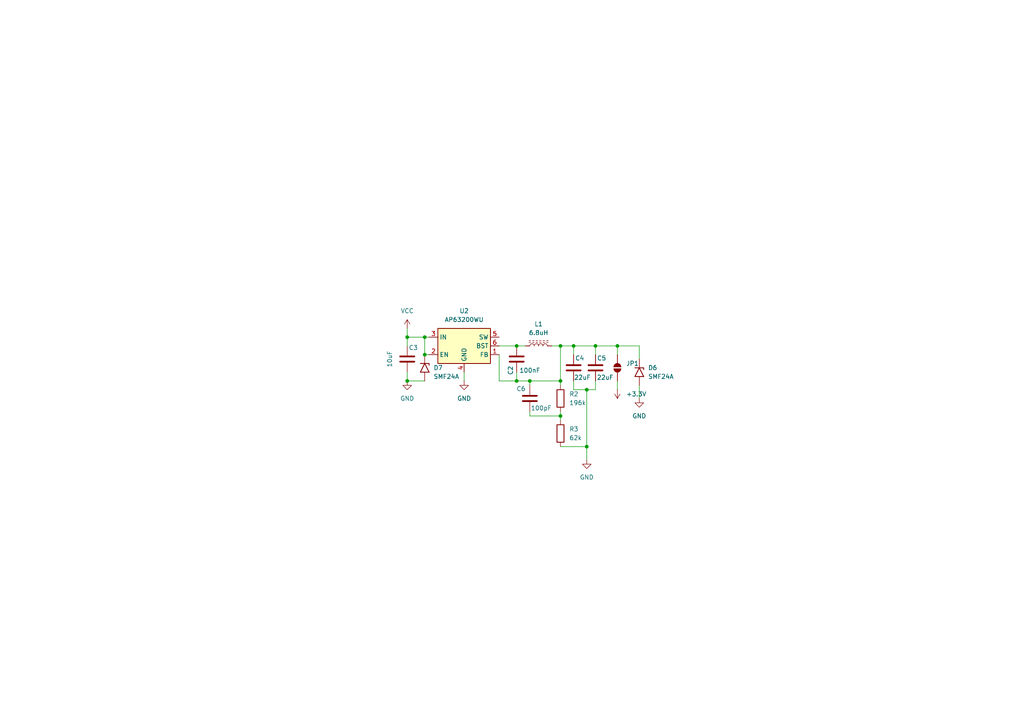
<source format=kicad_sch>
(kicad_sch
	(version 20250114)
	(generator "eeschema")
	(generator_version "9.0")
	(uuid "7e4294f7-fcce-4a84-9a6f-c6dcfccf890e")
	(paper "A4")
	(lib_symbols
		(symbol "Device:C"
			(pin_numbers
				(hide yes)
			)
			(pin_names
				(offset 0.254)
			)
			(exclude_from_sim no)
			(in_bom yes)
			(on_board yes)
			(property "Reference" "C"
				(at 0.635 2.54 0)
				(effects
					(font
						(size 1.27 1.27)
					)
					(justify left)
				)
			)
			(property "Value" "C"
				(at 0.635 -2.54 0)
				(effects
					(font
						(size 1.27 1.27)
					)
					(justify left)
				)
			)
			(property "Footprint" ""
				(at 0.9652 -3.81 0)
				(effects
					(font
						(size 1.27 1.27)
					)
					(hide yes)
				)
			)
			(property "Datasheet" "~"
				(at 0 0 0)
				(effects
					(font
						(size 1.27 1.27)
					)
					(hide yes)
				)
			)
			(property "Description" "Unpolarized capacitor"
				(at 0 0 0)
				(effects
					(font
						(size 1.27 1.27)
					)
					(hide yes)
				)
			)
			(property "ki_keywords" "cap capacitor"
				(at 0 0 0)
				(effects
					(font
						(size 1.27 1.27)
					)
					(hide yes)
				)
			)
			(property "ki_fp_filters" "C_*"
				(at 0 0 0)
				(effects
					(font
						(size 1.27 1.27)
					)
					(hide yes)
				)
			)
			(symbol "C_0_1"
				(polyline
					(pts
						(xy -2.032 0.762) (xy 2.032 0.762)
					)
					(stroke
						(width 0.508)
						(type default)
					)
					(fill
						(type none)
					)
				)
				(polyline
					(pts
						(xy -2.032 -0.762) (xy 2.032 -0.762)
					)
					(stroke
						(width 0.508)
						(type default)
					)
					(fill
						(type none)
					)
				)
			)
			(symbol "C_1_1"
				(pin passive line
					(at 0 3.81 270)
					(length 2.794)
					(name "~"
						(effects
							(font
								(size 1.27 1.27)
							)
						)
					)
					(number "1"
						(effects
							(font
								(size 1.27 1.27)
							)
						)
					)
				)
				(pin passive line
					(at 0 -3.81 90)
					(length 2.794)
					(name "~"
						(effects
							(font
								(size 1.27 1.27)
							)
						)
					)
					(number "2"
						(effects
							(font
								(size 1.27 1.27)
							)
						)
					)
				)
			)
			(embedded_fonts no)
		)
		(symbol "Device:L_Ferrite"
			(pin_numbers
				(hide yes)
			)
			(pin_names
				(offset 1.016)
				(hide yes)
			)
			(exclude_from_sim no)
			(in_bom yes)
			(on_board yes)
			(property "Reference" "L"
				(at -1.27 0 90)
				(effects
					(font
						(size 1.27 1.27)
					)
				)
			)
			(property "Value" "L_Ferrite"
				(at 2.794 0 90)
				(effects
					(font
						(size 1.27 1.27)
					)
				)
			)
			(property "Footprint" ""
				(at 0 0 0)
				(effects
					(font
						(size 1.27 1.27)
					)
					(hide yes)
				)
			)
			(property "Datasheet" "~"
				(at 0 0 0)
				(effects
					(font
						(size 1.27 1.27)
					)
					(hide yes)
				)
			)
			(property "Description" "Inductor with ferrite core"
				(at 0 0 0)
				(effects
					(font
						(size 1.27 1.27)
					)
					(hide yes)
				)
			)
			(property "ki_keywords" "inductor choke coil reactor magnetic"
				(at 0 0 0)
				(effects
					(font
						(size 1.27 1.27)
					)
					(hide yes)
				)
			)
			(property "ki_fp_filters" "Choke_* *Coil* Inductor_* L_*"
				(at 0 0 0)
				(effects
					(font
						(size 1.27 1.27)
					)
					(hide yes)
				)
			)
			(symbol "L_Ferrite_0_1"
				(arc
					(start 0 2.54)
					(mid 0.6323 1.905)
					(end 0 1.27)
					(stroke
						(width 0)
						(type default)
					)
					(fill
						(type none)
					)
				)
				(arc
					(start 0 1.27)
					(mid 0.6323 0.635)
					(end 0 0)
					(stroke
						(width 0)
						(type default)
					)
					(fill
						(type none)
					)
				)
				(arc
					(start 0 0)
					(mid 0.6323 -0.635)
					(end 0 -1.27)
					(stroke
						(width 0)
						(type default)
					)
					(fill
						(type none)
					)
				)
				(arc
					(start 0 -1.27)
					(mid 0.6323 -1.905)
					(end 0 -2.54)
					(stroke
						(width 0)
						(type default)
					)
					(fill
						(type none)
					)
				)
				(polyline
					(pts
						(xy 1.016 2.286) (xy 1.016 2.794)
					)
					(stroke
						(width 0)
						(type default)
					)
					(fill
						(type none)
					)
				)
				(polyline
					(pts
						(xy 1.016 1.27) (xy 1.016 1.778)
					)
					(stroke
						(width 0)
						(type default)
					)
					(fill
						(type none)
					)
				)
				(polyline
					(pts
						(xy 1.016 0.254) (xy 1.016 0.762)
					)
					(stroke
						(width 0)
						(type default)
					)
					(fill
						(type none)
					)
				)
				(polyline
					(pts
						(xy 1.016 -0.762) (xy 1.016 -0.254)
					)
					(stroke
						(width 0)
						(type default)
					)
					(fill
						(type none)
					)
				)
				(polyline
					(pts
						(xy 1.016 -1.778) (xy 1.016 -1.27)
					)
					(stroke
						(width 0)
						(type default)
					)
					(fill
						(type none)
					)
				)
				(polyline
					(pts
						(xy 1.016 -2.794) (xy 1.016 -2.286)
					)
					(stroke
						(width 0)
						(type default)
					)
					(fill
						(type none)
					)
				)
				(polyline
					(pts
						(xy 1.524 2.794) (xy 1.524 2.286)
					)
					(stroke
						(width 0)
						(type default)
					)
					(fill
						(type none)
					)
				)
				(polyline
					(pts
						(xy 1.524 1.778) (xy 1.524 1.27)
					)
					(stroke
						(width 0)
						(type default)
					)
					(fill
						(type none)
					)
				)
				(polyline
					(pts
						(xy 1.524 0.762) (xy 1.524 0.254)
					)
					(stroke
						(width 0)
						(type default)
					)
					(fill
						(type none)
					)
				)
				(polyline
					(pts
						(xy 1.524 -0.254) (xy 1.524 -0.762)
					)
					(stroke
						(width 0)
						(type default)
					)
					(fill
						(type none)
					)
				)
				(polyline
					(pts
						(xy 1.524 -1.27) (xy 1.524 -1.778)
					)
					(stroke
						(width 0)
						(type default)
					)
					(fill
						(type none)
					)
				)
				(polyline
					(pts
						(xy 1.524 -2.286) (xy 1.524 -2.794)
					)
					(stroke
						(width 0)
						(type default)
					)
					(fill
						(type none)
					)
				)
			)
			(symbol "L_Ferrite_1_1"
				(pin passive line
					(at 0 3.81 270)
					(length 1.27)
					(name "1"
						(effects
							(font
								(size 1.27 1.27)
							)
						)
					)
					(number "1"
						(effects
							(font
								(size 1.27 1.27)
							)
						)
					)
				)
				(pin passive line
					(at 0 -3.81 90)
					(length 1.27)
					(name "2"
						(effects
							(font
								(size 1.27 1.27)
							)
						)
					)
					(number "2"
						(effects
							(font
								(size 1.27 1.27)
							)
						)
					)
				)
			)
			(embedded_fonts no)
		)
		(symbol "Device:R"
			(pin_numbers
				(hide yes)
			)
			(pin_names
				(offset 0)
			)
			(exclude_from_sim no)
			(in_bom yes)
			(on_board yes)
			(property "Reference" "R"
				(at 2.032 0 90)
				(effects
					(font
						(size 1.27 1.27)
					)
				)
			)
			(property "Value" "R"
				(at 0 0 90)
				(effects
					(font
						(size 1.27 1.27)
					)
				)
			)
			(property "Footprint" ""
				(at -1.778 0 90)
				(effects
					(font
						(size 1.27 1.27)
					)
					(hide yes)
				)
			)
			(property "Datasheet" "~"
				(at 0 0 0)
				(effects
					(font
						(size 1.27 1.27)
					)
					(hide yes)
				)
			)
			(property "Description" "Resistor"
				(at 0 0 0)
				(effects
					(font
						(size 1.27 1.27)
					)
					(hide yes)
				)
			)
			(property "ki_keywords" "R res resistor"
				(at 0 0 0)
				(effects
					(font
						(size 1.27 1.27)
					)
					(hide yes)
				)
			)
			(property "ki_fp_filters" "R_*"
				(at 0 0 0)
				(effects
					(font
						(size 1.27 1.27)
					)
					(hide yes)
				)
			)
			(symbol "R_0_1"
				(rectangle
					(start -1.016 -2.54)
					(end 1.016 2.54)
					(stroke
						(width 0.254)
						(type default)
					)
					(fill
						(type none)
					)
				)
			)
			(symbol "R_1_1"
				(pin passive line
					(at 0 3.81 270)
					(length 1.27)
					(name "~"
						(effects
							(font
								(size 1.27 1.27)
							)
						)
					)
					(number "1"
						(effects
							(font
								(size 1.27 1.27)
							)
						)
					)
				)
				(pin passive line
					(at 0 -3.81 90)
					(length 1.27)
					(name "~"
						(effects
							(font
								(size 1.27 1.27)
							)
						)
					)
					(number "2"
						(effects
							(font
								(size 1.27 1.27)
							)
						)
					)
				)
			)
			(embedded_fonts no)
		)
		(symbol "Diode:SMF24A"
			(pin_numbers
				(hide yes)
			)
			(pin_names
				(offset 1.016)
				(hide yes)
			)
			(exclude_from_sim no)
			(in_bom yes)
			(on_board yes)
			(property "Reference" "D"
				(at 0 2.54 0)
				(effects
					(font
						(size 1.27 1.27)
					)
				)
			)
			(property "Value" "SMF24A"
				(at 0 -2.54 0)
				(effects
					(font
						(size 1.27 1.27)
					)
				)
			)
			(property "Footprint" "Diode_SMD:D_SMF"
				(at 0 -5.08 0)
				(effects
					(font
						(size 1.27 1.27)
					)
					(hide yes)
				)
			)
			(property "Datasheet" "https://www.vishay.com/doc?85881"
				(at -1.27 0 0)
				(effects
					(font
						(size 1.27 1.27)
					)
					(hide yes)
				)
			)
			(property "Description" "200W unidirectional Transil Transient Voltage Suppressor, 24Vrwm, SMF"
				(at 0 0 0)
				(effects
					(font
						(size 1.27 1.27)
					)
					(hide yes)
				)
			)
			(property "ki_keywords" "diode TVS voltage suppressor"
				(at 0 0 0)
				(effects
					(font
						(size 1.27 1.27)
					)
					(hide yes)
				)
			)
			(property "ki_fp_filters" "D*SMF*"
				(at 0 0 0)
				(effects
					(font
						(size 1.27 1.27)
					)
					(hide yes)
				)
			)
			(symbol "SMF24A_0_1"
				(polyline
					(pts
						(xy -0.762 1.27) (xy -1.27 1.27) (xy -1.27 -1.27)
					)
					(stroke
						(width 0.254)
						(type default)
					)
					(fill
						(type none)
					)
				)
				(polyline
					(pts
						(xy 1.27 1.27) (xy 1.27 -1.27) (xy -1.27 0) (xy 1.27 1.27)
					)
					(stroke
						(width 0.254)
						(type default)
					)
					(fill
						(type none)
					)
				)
			)
			(symbol "SMF24A_1_1"
				(pin passive line
					(at -3.81 0 0)
					(length 2.54)
					(name "A1"
						(effects
							(font
								(size 1.27 1.27)
							)
						)
					)
					(number "1"
						(effects
							(font
								(size 1.27 1.27)
							)
						)
					)
				)
				(pin passive line
					(at 3.81 0 180)
					(length 2.54)
					(name "A2"
						(effects
							(font
								(size 1.27 1.27)
							)
						)
					)
					(number "2"
						(effects
							(font
								(size 1.27 1.27)
							)
						)
					)
				)
			)
			(embedded_fonts no)
		)
		(symbol "Jumper:SolderJumper_2_Open"
			(pin_numbers
				(hide yes)
			)
			(pin_names
				(offset 0)
				(hide yes)
			)
			(exclude_from_sim no)
			(in_bom no)
			(on_board yes)
			(property "Reference" "JP"
				(at 0 2.032 0)
				(effects
					(font
						(size 1.27 1.27)
					)
				)
			)
			(property "Value" "SolderJumper_2_Open"
				(at 0 -2.54 0)
				(effects
					(font
						(size 1.27 1.27)
					)
				)
			)
			(property "Footprint" ""
				(at 0 0 0)
				(effects
					(font
						(size 1.27 1.27)
					)
					(hide yes)
				)
			)
			(property "Datasheet" "~"
				(at 0 0 0)
				(effects
					(font
						(size 1.27 1.27)
					)
					(hide yes)
				)
			)
			(property "Description" "Solder Jumper, 2-pole, open"
				(at 0 0 0)
				(effects
					(font
						(size 1.27 1.27)
					)
					(hide yes)
				)
			)
			(property "ki_keywords" "solder jumper SPST"
				(at 0 0 0)
				(effects
					(font
						(size 1.27 1.27)
					)
					(hide yes)
				)
			)
			(property "ki_fp_filters" "SolderJumper*Open*"
				(at 0 0 0)
				(effects
					(font
						(size 1.27 1.27)
					)
					(hide yes)
				)
			)
			(symbol "SolderJumper_2_Open_0_1"
				(polyline
					(pts
						(xy -0.254 1.016) (xy -0.254 -1.016)
					)
					(stroke
						(width 0)
						(type default)
					)
					(fill
						(type none)
					)
				)
				(arc
					(start -0.254 -1.016)
					(mid -1.2656 0)
					(end -0.254 1.016)
					(stroke
						(width 0)
						(type default)
					)
					(fill
						(type none)
					)
				)
				(arc
					(start -0.254 -1.016)
					(mid -1.2656 0)
					(end -0.254 1.016)
					(stroke
						(width 0)
						(type default)
					)
					(fill
						(type outline)
					)
				)
				(arc
					(start 0.254 1.016)
					(mid 1.2656 0)
					(end 0.254 -1.016)
					(stroke
						(width 0)
						(type default)
					)
					(fill
						(type none)
					)
				)
				(arc
					(start 0.254 1.016)
					(mid 1.2656 0)
					(end 0.254 -1.016)
					(stroke
						(width 0)
						(type default)
					)
					(fill
						(type outline)
					)
				)
				(polyline
					(pts
						(xy 0.254 1.016) (xy 0.254 -1.016)
					)
					(stroke
						(width 0)
						(type default)
					)
					(fill
						(type none)
					)
				)
			)
			(symbol "SolderJumper_2_Open_1_1"
				(pin passive line
					(at -3.81 0 0)
					(length 2.54)
					(name "A"
						(effects
							(font
								(size 1.27 1.27)
							)
						)
					)
					(number "1"
						(effects
							(font
								(size 1.27 1.27)
							)
						)
					)
				)
				(pin passive line
					(at 3.81 0 180)
					(length 2.54)
					(name "B"
						(effects
							(font
								(size 1.27 1.27)
							)
						)
					)
					(number "2"
						(effects
							(font
								(size 1.27 1.27)
							)
						)
					)
				)
			)
			(embedded_fonts no)
		)
		(symbol "Regulator_Switching:AP63200WU"
			(exclude_from_sim no)
			(in_bom yes)
			(on_board yes)
			(property "Reference" "U"
				(at -7.62 6.35 0)
				(effects
					(font
						(size 1.27 1.27)
					)
				)
			)
			(property "Value" "AP63200WU"
				(at 2.54 6.35 0)
				(effects
					(font
						(size 1.27 1.27)
					)
				)
			)
			(property "Footprint" "Package_TO_SOT_SMD:TSOT-23-6"
				(at 0 -22.86 0)
				(effects
					(font
						(size 1.27 1.27)
					)
					(hide yes)
				)
			)
			(property "Datasheet" "https://www.diodes.com/assets/Datasheets/AP63200-AP63201-AP63203-AP63205.pdf"
				(at 0 0 0)
				(effects
					(font
						(size 1.27 1.27)
					)
					(hide yes)
				)
			)
			(property "Description" "2A, 500kHz Buck DC/DC Converter, adjustable output voltage, TSOT-23-6"
				(at 0 0 0)
				(effects
					(font
						(size 1.27 1.27)
					)
					(hide yes)
				)
			)
			(property "ki_keywords" "2A Buck DC/DC"
				(at 0 0 0)
				(effects
					(font
						(size 1.27 1.27)
					)
					(hide yes)
				)
			)
			(property "ki_fp_filters" "TSOT?23*"
				(at 0 0 0)
				(effects
					(font
						(size 1.27 1.27)
					)
					(hide yes)
				)
			)
			(symbol "AP63200WU_0_1"
				(rectangle
					(start -7.62 5.08)
					(end 7.62 -5.08)
					(stroke
						(width 0.254)
						(type default)
					)
					(fill
						(type background)
					)
				)
			)
			(symbol "AP63200WU_1_1"
				(pin power_in line
					(at -10.16 2.54 0)
					(length 2.54)
					(name "IN"
						(effects
							(font
								(size 1.27 1.27)
							)
						)
					)
					(number "3"
						(effects
							(font
								(size 1.27 1.27)
							)
						)
					)
				)
				(pin input line
					(at -10.16 -2.54 0)
					(length 2.54)
					(name "EN"
						(effects
							(font
								(size 1.27 1.27)
							)
						)
					)
					(number "2"
						(effects
							(font
								(size 1.27 1.27)
							)
						)
					)
				)
				(pin power_in line
					(at 0 -7.62 90)
					(length 2.54)
					(name "GND"
						(effects
							(font
								(size 1.27 1.27)
							)
						)
					)
					(number "4"
						(effects
							(font
								(size 1.27 1.27)
							)
						)
					)
				)
				(pin output line
					(at 10.16 2.54 180)
					(length 2.54)
					(name "SW"
						(effects
							(font
								(size 1.27 1.27)
							)
						)
					)
					(number "5"
						(effects
							(font
								(size 1.27 1.27)
							)
						)
					)
				)
				(pin passive line
					(at 10.16 0 180)
					(length 2.54)
					(name "BST"
						(effects
							(font
								(size 1.27 1.27)
							)
						)
					)
					(number "6"
						(effects
							(font
								(size 1.27 1.27)
							)
						)
					)
				)
				(pin input line
					(at 10.16 -2.54 180)
					(length 2.54)
					(name "FB"
						(effects
							(font
								(size 1.27 1.27)
							)
						)
					)
					(number "1"
						(effects
							(font
								(size 1.27 1.27)
							)
						)
					)
				)
			)
			(embedded_fonts no)
		)
		(symbol "power:+3.3V"
			(power)
			(pin_numbers
				(hide yes)
			)
			(pin_names
				(offset 0)
				(hide yes)
			)
			(exclude_from_sim no)
			(in_bom yes)
			(on_board yes)
			(property "Reference" "#PWR"
				(at 0 -3.81 0)
				(effects
					(font
						(size 1.27 1.27)
					)
					(hide yes)
				)
			)
			(property "Value" "+3.3V"
				(at 0 3.556 0)
				(effects
					(font
						(size 1.27 1.27)
					)
				)
			)
			(property "Footprint" ""
				(at 0 0 0)
				(effects
					(font
						(size 1.27 1.27)
					)
					(hide yes)
				)
			)
			(property "Datasheet" ""
				(at 0 0 0)
				(effects
					(font
						(size 1.27 1.27)
					)
					(hide yes)
				)
			)
			(property "Description" "Power symbol creates a global label with name \"+3.3V\""
				(at 0 0 0)
				(effects
					(font
						(size 1.27 1.27)
					)
					(hide yes)
				)
			)
			(property "ki_keywords" "global power"
				(at 0 0 0)
				(effects
					(font
						(size 1.27 1.27)
					)
					(hide yes)
				)
			)
			(symbol "+3.3V_0_1"
				(polyline
					(pts
						(xy -0.762 1.27) (xy 0 2.54)
					)
					(stroke
						(width 0)
						(type default)
					)
					(fill
						(type none)
					)
				)
				(polyline
					(pts
						(xy 0 2.54) (xy 0.762 1.27)
					)
					(stroke
						(width 0)
						(type default)
					)
					(fill
						(type none)
					)
				)
				(polyline
					(pts
						(xy 0 0) (xy 0 2.54)
					)
					(stroke
						(width 0)
						(type default)
					)
					(fill
						(type none)
					)
				)
			)
			(symbol "+3.3V_1_1"
				(pin power_in line
					(at 0 0 90)
					(length 0)
					(name "~"
						(effects
							(font
								(size 1.27 1.27)
							)
						)
					)
					(number "1"
						(effects
							(font
								(size 1.27 1.27)
							)
						)
					)
				)
			)
			(embedded_fonts no)
		)
		(symbol "power:GND"
			(power)
			(pin_numbers
				(hide yes)
			)
			(pin_names
				(offset 0)
				(hide yes)
			)
			(exclude_from_sim no)
			(in_bom yes)
			(on_board yes)
			(property "Reference" "#PWR"
				(at 0 -6.35 0)
				(effects
					(font
						(size 1.27 1.27)
					)
					(hide yes)
				)
			)
			(property "Value" "GND"
				(at 0 -3.81 0)
				(effects
					(font
						(size 1.27 1.27)
					)
				)
			)
			(property "Footprint" ""
				(at 0 0 0)
				(effects
					(font
						(size 1.27 1.27)
					)
					(hide yes)
				)
			)
			(property "Datasheet" ""
				(at 0 0 0)
				(effects
					(font
						(size 1.27 1.27)
					)
					(hide yes)
				)
			)
			(property "Description" "Power symbol creates a global label with name \"GND\" , ground"
				(at 0 0 0)
				(effects
					(font
						(size 1.27 1.27)
					)
					(hide yes)
				)
			)
			(property "ki_keywords" "global power"
				(at 0 0 0)
				(effects
					(font
						(size 1.27 1.27)
					)
					(hide yes)
				)
			)
			(symbol "GND_0_1"
				(polyline
					(pts
						(xy 0 0) (xy 0 -1.27) (xy 1.27 -1.27) (xy 0 -2.54) (xy -1.27 -1.27) (xy 0 -1.27)
					)
					(stroke
						(width 0)
						(type default)
					)
					(fill
						(type none)
					)
				)
			)
			(symbol "GND_1_1"
				(pin power_in line
					(at 0 0 270)
					(length 0)
					(name "~"
						(effects
							(font
								(size 1.27 1.27)
							)
						)
					)
					(number "1"
						(effects
							(font
								(size 1.27 1.27)
							)
						)
					)
				)
			)
			(embedded_fonts no)
		)
		(symbol "power:VCC"
			(power)
			(pin_numbers
				(hide yes)
			)
			(pin_names
				(offset 0)
				(hide yes)
			)
			(exclude_from_sim no)
			(in_bom yes)
			(on_board yes)
			(property "Reference" "#PWR"
				(at 0 -3.81 0)
				(effects
					(font
						(size 1.27 1.27)
					)
					(hide yes)
				)
			)
			(property "Value" "VCC"
				(at 0 3.556 0)
				(effects
					(font
						(size 1.27 1.27)
					)
				)
			)
			(property "Footprint" ""
				(at 0 0 0)
				(effects
					(font
						(size 1.27 1.27)
					)
					(hide yes)
				)
			)
			(property "Datasheet" ""
				(at 0 0 0)
				(effects
					(font
						(size 1.27 1.27)
					)
					(hide yes)
				)
			)
			(property "Description" "Power symbol creates a global label with name \"VCC\""
				(at 0 0 0)
				(effects
					(font
						(size 1.27 1.27)
					)
					(hide yes)
				)
			)
			(property "ki_keywords" "global power"
				(at 0 0 0)
				(effects
					(font
						(size 1.27 1.27)
					)
					(hide yes)
				)
			)
			(symbol "VCC_0_1"
				(polyline
					(pts
						(xy -0.762 1.27) (xy 0 2.54)
					)
					(stroke
						(width 0)
						(type default)
					)
					(fill
						(type none)
					)
				)
				(polyline
					(pts
						(xy 0 2.54) (xy 0.762 1.27)
					)
					(stroke
						(width 0)
						(type default)
					)
					(fill
						(type none)
					)
				)
				(polyline
					(pts
						(xy 0 0) (xy 0 2.54)
					)
					(stroke
						(width 0)
						(type default)
					)
					(fill
						(type none)
					)
				)
			)
			(symbol "VCC_1_1"
				(pin power_in line
					(at 0 0 90)
					(length 0)
					(name "~"
						(effects
							(font
								(size 1.27 1.27)
							)
						)
					)
					(number "1"
						(effects
							(font
								(size 1.27 1.27)
							)
						)
					)
				)
			)
			(embedded_fonts no)
		)
	)
	(junction
		(at 179.07 100.33)
		(diameter 0)
		(color 0 0 0 0)
		(uuid "034a8821-9d1f-4ee4-a40b-62398292c419")
	)
	(junction
		(at 149.86 100.33)
		(diameter 0)
		(color 0 0 0 0)
		(uuid "12b8928e-caa5-44da-a32c-bbd297324f7d")
	)
	(junction
		(at 162.56 100.33)
		(diameter 0)
		(color 0 0 0 0)
		(uuid "1a874b69-72a3-4ab0-b174-ed3ed5dbf236")
	)
	(junction
		(at 170.18 129.54)
		(diameter 0)
		(color 0 0 0 0)
		(uuid "2cc453ee-b4fb-4d48-b6d1-696aecd5ce4b")
	)
	(junction
		(at 123.19 102.87)
		(diameter 0)
		(color 0 0 0 0)
		(uuid "30b9fb34-5253-4b2c-b016-ab392dc74b55")
	)
	(junction
		(at 153.67 110.49)
		(diameter 0)
		(color 0 0 0 0)
		(uuid "398c38af-271b-4599-b7a3-121a2e831315")
	)
	(junction
		(at 162.56 110.49)
		(diameter 0)
		(color 0 0 0 0)
		(uuid "456c18df-27a4-45d2-a721-f5afbb7398b0")
	)
	(junction
		(at 118.11 97.79)
		(diameter 0)
		(color 0 0 0 0)
		(uuid "48ebfa57-fba7-46c0-a328-e9b5e30e09c7")
	)
	(junction
		(at 149.86 110.49)
		(diameter 0)
		(color 0 0 0 0)
		(uuid "68b9d276-7c65-4290-945d-f73275823171")
	)
	(junction
		(at 123.19 97.79)
		(diameter 0)
		(color 0 0 0 0)
		(uuid "840af9ce-e49e-425c-bf95-0cb77a131d51")
	)
	(junction
		(at 170.18 113.03)
		(diameter 0)
		(color 0 0 0 0)
		(uuid "873baf07-ad96-4f66-9c28-3ba0a71518da")
	)
	(junction
		(at 172.72 100.33)
		(diameter 0)
		(color 0 0 0 0)
		(uuid "c35b4676-5722-4c03-aba6-5c1c86b8deac")
	)
	(junction
		(at 162.56 120.65)
		(diameter 0)
		(color 0 0 0 0)
		(uuid "c8378f3d-8af8-43c1-a27d-f3287e321101")
	)
	(junction
		(at 166.37 100.33)
		(diameter 0)
		(color 0 0 0 0)
		(uuid "d820544d-ea4a-4ef1-9234-072555ebcaa3")
	)
	(junction
		(at 118.11 110.49)
		(diameter 0)
		(color 0 0 0 0)
		(uuid "e828ee63-fa7c-419d-bc4d-fbd64b67a465")
	)
	(wire
		(pts
			(xy 153.67 111.76) (xy 153.67 110.49)
		)
		(stroke
			(width 0)
			(type default)
		)
		(uuid "090d8c0d-03d8-4ea6-9fe8-02ee7aec5ddf")
	)
	(wire
		(pts
			(xy 144.78 110.49) (xy 149.86 110.49)
		)
		(stroke
			(width 0)
			(type default)
		)
		(uuid "0b1d7a4c-b43c-4ce9-85d2-1146ca64e464")
	)
	(wire
		(pts
			(xy 162.56 120.65) (xy 162.56 121.92)
		)
		(stroke
			(width 0)
			(type default)
		)
		(uuid "0d7834fc-0023-4344-9c02-18c753f0abd5")
	)
	(wire
		(pts
			(xy 166.37 113.03) (xy 166.37 110.49)
		)
		(stroke
			(width 0)
			(type default)
		)
		(uuid "0dbbbe9a-044b-4f11-99e3-b6aa63fd9958")
	)
	(wire
		(pts
			(xy 149.86 100.33) (xy 152.4 100.33)
		)
		(stroke
			(width 0)
			(type default)
		)
		(uuid "10a44aa1-4ef2-4394-b99f-86eb4cd0f53e")
	)
	(wire
		(pts
			(xy 162.56 100.33) (xy 166.37 100.33)
		)
		(stroke
			(width 0)
			(type default)
		)
		(uuid "17dc2562-79f8-4521-9343-c9b8d4e10cc6")
	)
	(wire
		(pts
			(xy 123.19 102.87) (xy 123.19 97.79)
		)
		(stroke
			(width 0)
			(type default)
		)
		(uuid "18bba335-311e-476d-926d-98da39eabf7a")
	)
	(wire
		(pts
			(xy 172.72 100.33) (xy 172.72 102.87)
		)
		(stroke
			(width 0)
			(type default)
		)
		(uuid "1d74b0b8-633e-45c8-bbb3-6cbcd1783b9d")
	)
	(wire
		(pts
			(xy 179.07 110.49) (xy 179.07 113.03)
		)
		(stroke
			(width 0)
			(type default)
		)
		(uuid "1f984000-1364-4ed6-a212-a27114d88ccf")
	)
	(wire
		(pts
			(xy 118.11 107.95) (xy 118.11 110.49)
		)
		(stroke
			(width 0)
			(type default)
		)
		(uuid "29a392fe-7697-4d26-8259-fa6ee6983cf4")
	)
	(wire
		(pts
			(xy 124.46 102.87) (xy 123.19 102.87)
		)
		(stroke
			(width 0)
			(type default)
		)
		(uuid "3523b7a0-a75e-454c-9051-2ef392bbc94a")
	)
	(wire
		(pts
			(xy 170.18 113.03) (xy 170.18 129.54)
		)
		(stroke
			(width 0)
			(type default)
		)
		(uuid "3f05bcdb-1985-48c6-bcb6-4533ab75e7c6")
	)
	(wire
		(pts
			(xy 118.11 97.79) (xy 123.19 97.79)
		)
		(stroke
			(width 0)
			(type default)
		)
		(uuid "4da47c7f-0f47-4764-b8d7-14f2b11aae2a")
	)
	(wire
		(pts
			(xy 134.62 107.95) (xy 134.62 110.49)
		)
		(stroke
			(width 0)
			(type default)
		)
		(uuid "53735e3d-8d22-4944-b41a-8458e3d9877d")
	)
	(wire
		(pts
			(xy 170.18 113.03) (xy 166.37 113.03)
		)
		(stroke
			(width 0)
			(type default)
		)
		(uuid "64f0c53a-7aea-46ef-a19c-37056779c873")
	)
	(wire
		(pts
			(xy 160.02 100.33) (xy 162.56 100.33)
		)
		(stroke
			(width 0)
			(type default)
		)
		(uuid "67091c65-503a-4f44-9323-5108560a204c")
	)
	(wire
		(pts
			(xy 162.56 100.33) (xy 162.56 110.49)
		)
		(stroke
			(width 0)
			(type default)
		)
		(uuid "6af3b6e0-908c-401e-a2c5-e4bdd685e923")
	)
	(wire
		(pts
			(xy 172.72 113.03) (xy 170.18 113.03)
		)
		(stroke
			(width 0)
			(type default)
		)
		(uuid "6d26bc25-670c-4b30-977d-5c6e2fcc2d57")
	)
	(wire
		(pts
			(xy 185.42 111.76) (xy 185.42 115.57)
		)
		(stroke
			(width 0)
			(type default)
		)
		(uuid "6f498d15-5d9b-4136-99f0-fe521359b7f6")
	)
	(wire
		(pts
			(xy 153.67 120.65) (xy 162.56 120.65)
		)
		(stroke
			(width 0)
			(type default)
		)
		(uuid "7474d00c-24a8-4412-8b6d-a0fa95825e4c")
	)
	(wire
		(pts
			(xy 172.72 100.33) (xy 179.07 100.33)
		)
		(stroke
			(width 0)
			(type default)
		)
		(uuid "7ad47bee-1477-426e-a31d-b0540bfb8603")
	)
	(wire
		(pts
			(xy 162.56 129.54) (xy 170.18 129.54)
		)
		(stroke
			(width 0)
			(type default)
		)
		(uuid "7afa315e-8dcb-4297-83ab-47100cf93da9")
	)
	(wire
		(pts
			(xy 185.42 104.14) (xy 185.42 100.33)
		)
		(stroke
			(width 0)
			(type default)
		)
		(uuid "9da19ac1-8523-4f83-bc62-129af49db30d")
	)
	(wire
		(pts
			(xy 144.78 102.87) (xy 144.78 110.49)
		)
		(stroke
			(width 0)
			(type default)
		)
		(uuid "a2db5081-a26f-45a9-b75f-4d6244961938")
	)
	(wire
		(pts
			(xy 166.37 100.33) (xy 166.37 102.87)
		)
		(stroke
			(width 0)
			(type default)
		)
		(uuid "a6f8c0d1-1f31-41b9-9dfe-723121a7666b")
	)
	(wire
		(pts
			(xy 118.11 95.25) (xy 118.11 97.79)
		)
		(stroke
			(width 0)
			(type default)
		)
		(uuid "a8145907-bc4a-4150-97ef-6e10e7958ee7")
	)
	(wire
		(pts
			(xy 166.37 100.33) (xy 172.72 100.33)
		)
		(stroke
			(width 0)
			(type default)
		)
		(uuid "ab76477e-9c89-4453-a86c-16e4ec58def9")
	)
	(wire
		(pts
			(xy 118.11 110.49) (xy 123.19 110.49)
		)
		(stroke
			(width 0)
			(type default)
		)
		(uuid "ad7da795-9a47-4e47-9d10-c00ef165fd21")
	)
	(wire
		(pts
			(xy 149.86 107.95) (xy 149.86 110.49)
		)
		(stroke
			(width 0)
			(type default)
		)
		(uuid "b0766471-a447-4c82-9b5d-7ef728f4e14d")
	)
	(wire
		(pts
			(xy 118.11 97.79) (xy 118.11 100.33)
		)
		(stroke
			(width 0)
			(type default)
		)
		(uuid "b2f4cdc4-0b5a-4653-93b8-d973fd162ad0")
	)
	(wire
		(pts
			(xy 123.19 97.79) (xy 124.46 97.79)
		)
		(stroke
			(width 0)
			(type default)
		)
		(uuid "bc86ed46-7653-48a7-8d37-d87a2c25f88b")
	)
	(wire
		(pts
			(xy 170.18 129.54) (xy 170.18 133.35)
		)
		(stroke
			(width 0)
			(type default)
		)
		(uuid "c3abeda8-0f30-4a71-a956-11d75347e062")
	)
	(wire
		(pts
			(xy 153.67 110.49) (xy 162.56 110.49)
		)
		(stroke
			(width 0)
			(type default)
		)
		(uuid "c47e8bb0-95f8-49b5-9b83-5901c4ca747d")
	)
	(wire
		(pts
			(xy 172.72 110.49) (xy 172.72 113.03)
		)
		(stroke
			(width 0)
			(type default)
		)
		(uuid "c749a6b3-c1c9-4c7b-ba13-db548c1f7c49")
	)
	(wire
		(pts
			(xy 153.67 119.38) (xy 153.67 120.65)
		)
		(stroke
			(width 0)
			(type default)
		)
		(uuid "ce2ee86c-fe6f-4412-a413-cf11c5547a17")
	)
	(wire
		(pts
			(xy 162.56 110.49) (xy 162.56 111.76)
		)
		(stroke
			(width 0)
			(type default)
		)
		(uuid "d0e7631d-44f5-403e-be78-76cbdab8b5e8")
	)
	(wire
		(pts
			(xy 149.86 110.49) (xy 153.67 110.49)
		)
		(stroke
			(width 0)
			(type default)
		)
		(uuid "d4415672-49d0-4b73-b1a0-fcf2a33e2eca")
	)
	(wire
		(pts
			(xy 144.78 100.33) (xy 149.86 100.33)
		)
		(stroke
			(width 0)
			(type default)
		)
		(uuid "e601a68a-ffa7-4d24-91d0-71faec72e739")
	)
	(wire
		(pts
			(xy 179.07 100.33) (xy 179.07 102.87)
		)
		(stroke
			(width 0)
			(type default)
		)
		(uuid "eaf53081-4c94-44d6-a4d5-9bed05686e53")
	)
	(wire
		(pts
			(xy 179.07 100.33) (xy 185.42 100.33)
		)
		(stroke
			(width 0)
			(type default)
		)
		(uuid "eba4ba84-6fdb-4189-82f8-ef3a316e2623")
	)
	(wire
		(pts
			(xy 162.56 119.38) (xy 162.56 120.65)
		)
		(stroke
			(width 0)
			(type default)
		)
		(uuid "fa700c05-1dd3-43e2-bcd7-63619be8ad75")
	)
	(symbol
		(lib_id "power:GND")
		(at 134.62 110.49 0)
		(unit 1)
		(exclude_from_sim no)
		(in_bom yes)
		(on_board yes)
		(dnp no)
		(fields_autoplaced yes)
		(uuid "0e21f61b-6a4e-47b2-a186-56f17e4660ce")
		(property "Reference" "#PWR13"
			(at 134.62 116.84 0)
			(effects
				(font
					(size 1.27 1.27)
				)
				(hide yes)
			)
		)
		(property "Value" "GND"
			(at 134.62 115.57 0)
			(effects
				(font
					(size 1.27 1.27)
				)
			)
		)
		(property "Footprint" ""
			(at 134.62 110.49 0)
			(effects
				(font
					(size 1.27 1.27)
				)
				(hide yes)
			)
		)
		(property "Datasheet" ""
			(at 134.62 110.49 0)
			(effects
				(font
					(size 1.27 1.27)
				)
				(hide yes)
			)
		)
		(property "Description" "Power symbol creates a global label with name \"GND\" , ground"
			(at 134.62 110.49 0)
			(effects
				(font
					(size 1.27 1.27)
				)
				(hide yes)
			)
		)
		(pin "1"
			(uuid "686d4217-2fb1-407c-a1d5-18614b2b32e6")
		)
		(instances
			(project ""
				(path "/8290cc18-06d0-4e02-a781-29a61ebc321a/9e4d7a0c-a5eb-4e88-9036-0c35e68b279a/8ab7d9d8-a14c-43b1-bf79-ac7dfdaef76f"
					(reference "#PWR13")
					(unit 1)
				)
			)
		)
	)
	(symbol
		(lib_id "power:GND")
		(at 170.18 133.35 0)
		(unit 1)
		(exclude_from_sim no)
		(in_bom yes)
		(on_board yes)
		(dnp no)
		(fields_autoplaced yes)
		(uuid "0e6f663a-8e71-44a2-86aa-0c632cd76af2")
		(property "Reference" "#PWR15"
			(at 170.18 139.7 0)
			(effects
				(font
					(size 1.27 1.27)
				)
				(hide yes)
			)
		)
		(property "Value" "GND"
			(at 170.18 138.43 0)
			(effects
				(font
					(size 1.27 1.27)
				)
			)
		)
		(property "Footprint" ""
			(at 170.18 133.35 0)
			(effects
				(font
					(size 1.27 1.27)
				)
				(hide yes)
			)
		)
		(property "Datasheet" ""
			(at 170.18 133.35 0)
			(effects
				(font
					(size 1.27 1.27)
				)
				(hide yes)
			)
		)
		(property "Description" "Power symbol creates a global label with name \"GND\" , ground"
			(at 170.18 133.35 0)
			(effects
				(font
					(size 1.27 1.27)
				)
				(hide yes)
			)
		)
		(pin "1"
			(uuid "836d18ef-30c0-4678-bb1d-409bd0027c31")
		)
		(instances
			(project "NIVARA"
				(path "/8290cc18-06d0-4e02-a781-29a61ebc321a/9e4d7a0c-a5eb-4e88-9036-0c35e68b279a/8ab7d9d8-a14c-43b1-bf79-ac7dfdaef76f"
					(reference "#PWR15")
					(unit 1)
				)
			)
		)
	)
	(symbol
		(lib_id "Device:C")
		(at 153.67 115.57 0)
		(unit 1)
		(exclude_from_sim no)
		(in_bom yes)
		(on_board yes)
		(dnp no)
		(uuid "12d82860-c42c-4288-bc21-4f130d7cb8e0")
		(property "Reference" "C6"
			(at 151.13 112.776 0)
			(effects
				(font
					(size 1.27 1.27)
				)
			)
		)
		(property "Value" "100pF"
			(at 156.972 118.364 0)
			(effects
				(font
					(size 1.27 1.27)
				)
			)
		)
		(property "Footprint" ""
			(at 154.6352 119.38 0)
			(effects
				(font
					(size 1.27 1.27)
				)
				(hide yes)
			)
		)
		(property "Datasheet" "~"
			(at 153.67 115.57 0)
			(effects
				(font
					(size 1.27 1.27)
				)
				(hide yes)
			)
		)
		(property "Description" "Unpolarized capacitor"
			(at 153.67 115.57 0)
			(effects
				(font
					(size 1.27 1.27)
				)
				(hide yes)
			)
		)
		(pin "1"
			(uuid "e9c81e75-97f0-4566-8d09-bfed0145f83f")
		)
		(pin "2"
			(uuid "8f92ba28-c89d-429c-bade-4a0a6ca9fea7")
		)
		(instances
			(project "NIVARA"
				(path "/8290cc18-06d0-4e02-a781-29a61ebc321a/9e4d7a0c-a5eb-4e88-9036-0c35e68b279a/8ab7d9d8-a14c-43b1-bf79-ac7dfdaef76f"
					(reference "C6")
					(unit 1)
				)
			)
		)
	)
	(symbol
		(lib_id "Device:C")
		(at 166.37 106.68 180)
		(unit 1)
		(exclude_from_sim no)
		(in_bom yes)
		(on_board yes)
		(dnp no)
		(uuid "23d20080-2246-41a4-bd7f-3a24cd5a10f3")
		(property "Reference" "C4"
			(at 168.148 103.886 0)
			(effects
				(font
					(size 1.27 1.27)
				)
			)
		)
		(property "Value" "22uF"
			(at 168.91 109.474 0)
			(effects
				(font
					(size 1.27 1.27)
				)
			)
		)
		(property "Footprint" ""
			(at 165.4048 102.87 0)
			(effects
				(font
					(size 1.27 1.27)
				)
				(hide yes)
			)
		)
		(property "Datasheet" "~"
			(at 166.37 106.68 0)
			(effects
				(font
					(size 1.27 1.27)
				)
				(hide yes)
			)
		)
		(property "Description" "Unpolarized capacitor"
			(at 166.37 106.68 0)
			(effects
				(font
					(size 1.27 1.27)
				)
				(hide yes)
			)
		)
		(pin "1"
			(uuid "4b8316d1-e44c-4d79-8ced-e6bf8db27997")
		)
		(pin "2"
			(uuid "0b8a7eb6-141d-4ccf-bac0-9d0508144fba")
		)
		(instances
			(project "NIVARA"
				(path "/8290cc18-06d0-4e02-a781-29a61ebc321a/9e4d7a0c-a5eb-4e88-9036-0c35e68b279a/8ab7d9d8-a14c-43b1-bf79-ac7dfdaef76f"
					(reference "C4")
					(unit 1)
				)
			)
		)
	)
	(symbol
		(lib_id "Regulator_Switching:AP63200WU")
		(at 134.62 100.33 0)
		(unit 1)
		(exclude_from_sim no)
		(in_bom yes)
		(on_board yes)
		(dnp no)
		(fields_autoplaced yes)
		(uuid "3969479d-123e-4143-aebc-6d5e5421000c")
		(property "Reference" "U2"
			(at 134.62 90.17 0)
			(effects
				(font
					(size 1.27 1.27)
				)
			)
		)
		(property "Value" "AP63200WU"
			(at 134.62 92.71 0)
			(effects
				(font
					(size 1.27 1.27)
				)
			)
		)
		(property "Footprint" "Package_TO_SOT_SMD:TSOT-23-6"
			(at 134.62 123.19 0)
			(effects
				(font
					(size 1.27 1.27)
				)
				(hide yes)
			)
		)
		(property "Datasheet" "https://www.diodes.com/assets/Datasheets/AP63200-AP63201-AP63203-AP63205.pdf"
			(at 134.62 100.33 0)
			(effects
				(font
					(size 1.27 1.27)
				)
				(hide yes)
			)
		)
		(property "Description" "2A, 500kHz Buck DC/DC Converter, adjustable output voltage, TSOT-23-6"
			(at 134.62 100.33 0)
			(effects
				(font
					(size 1.27 1.27)
				)
				(hide yes)
			)
		)
		(pin "1"
			(uuid "afa471e5-cf7b-46dd-ac54-1b21c7d27114")
		)
		(pin "4"
			(uuid "a1340555-12af-4e75-93d9-f2d0ef21e8fa")
		)
		(pin "5"
			(uuid "03899440-26a8-4a5c-8b68-29c3def09a82")
		)
		(pin "2"
			(uuid "ebcd4919-b36d-4b0e-84c8-02352be52bf0")
		)
		(pin "6"
			(uuid "3dcb7333-582b-45e5-94c2-20d1b5bea4d8")
		)
		(pin "3"
			(uuid "706907ea-48b7-4b11-9dd4-8b5aaa78d895")
		)
		(instances
			(project ""
				(path "/8290cc18-06d0-4e02-a781-29a61ebc321a/9e4d7a0c-a5eb-4e88-9036-0c35e68b279a/8ab7d9d8-a14c-43b1-bf79-ac7dfdaef76f"
					(reference "U2")
					(unit 1)
				)
			)
		)
	)
	(symbol
		(lib_id "power:+3.3V")
		(at 179.07 113.03 180)
		(unit 1)
		(exclude_from_sim no)
		(in_bom yes)
		(on_board yes)
		(dnp no)
		(fields_autoplaced yes)
		(uuid "3cc0b3c3-075a-413c-992b-b165c019a428")
		(property "Reference" "#PWR1"
			(at 179.07 109.22 0)
			(effects
				(font
					(size 1.27 1.27)
				)
				(hide yes)
			)
		)
		(property "Value" "+3.3V"
			(at 181.61 114.2999 0)
			(effects
				(font
					(size 1.27 1.27)
				)
				(justify right)
			)
		)
		(property "Footprint" ""
			(at 179.07 113.03 0)
			(effects
				(font
					(size 1.27 1.27)
				)
				(hide yes)
			)
		)
		(property "Datasheet" ""
			(at 179.07 113.03 0)
			(effects
				(font
					(size 1.27 1.27)
				)
				(hide yes)
			)
		)
		(property "Description" "Power symbol creates a global label with name \"+3.3V\""
			(at 179.07 113.03 0)
			(effects
				(font
					(size 1.27 1.27)
				)
				(hide yes)
			)
		)
		(pin "1"
			(uuid "6068aeeb-ba6d-4ef1-8d20-e88162b12865")
		)
		(instances
			(project ""
				(path "/8290cc18-06d0-4e02-a781-29a61ebc321a/9e4d7a0c-a5eb-4e88-9036-0c35e68b279a/8ab7d9d8-a14c-43b1-bf79-ac7dfdaef76f"
					(reference "#PWR1")
					(unit 1)
				)
			)
		)
	)
	(symbol
		(lib_id "Device:R")
		(at 162.56 125.73 0)
		(unit 1)
		(exclude_from_sim no)
		(in_bom yes)
		(on_board yes)
		(dnp no)
		(fields_autoplaced yes)
		(uuid "3efb581d-de94-4c4e-9548-0819a151d7da")
		(property "Reference" "R3"
			(at 165.1 124.4599 0)
			(effects
				(font
					(size 1.27 1.27)
				)
				(justify left)
			)
		)
		(property "Value" "62k"
			(at 165.1 126.9999 0)
			(effects
				(font
					(size 1.27 1.27)
				)
				(justify left)
			)
		)
		(property "Footprint" ""
			(at 160.782 125.73 90)
			(effects
				(font
					(size 1.27 1.27)
				)
				(hide yes)
			)
		)
		(property "Datasheet" "~"
			(at 162.56 125.73 0)
			(effects
				(font
					(size 1.27 1.27)
				)
				(hide yes)
			)
		)
		(property "Description" "Resistor"
			(at 162.56 125.73 0)
			(effects
				(font
					(size 1.27 1.27)
				)
				(hide yes)
			)
		)
		(pin "2"
			(uuid "2bf610ab-98ca-4ab8-bcdb-5ae13d362a40")
		)
		(pin "1"
			(uuid "b6167cb1-2b78-46a1-afcf-06cf460b85a7")
		)
		(instances
			(project "NIVARA"
				(path "/8290cc18-06d0-4e02-a781-29a61ebc321a/9e4d7a0c-a5eb-4e88-9036-0c35e68b279a/8ab7d9d8-a14c-43b1-bf79-ac7dfdaef76f"
					(reference "R3")
					(unit 1)
				)
			)
		)
	)
	(symbol
		(lib_id "Device:R")
		(at 162.56 115.57 0)
		(unit 1)
		(exclude_from_sim no)
		(in_bom yes)
		(on_board yes)
		(dnp no)
		(fields_autoplaced yes)
		(uuid "4cfa24c9-1cfc-4c69-942e-f281d1751d42")
		(property "Reference" "R2"
			(at 165.1 114.2999 0)
			(effects
				(font
					(size 1.27 1.27)
				)
				(justify left)
			)
		)
		(property "Value" "196k"
			(at 165.1 116.8399 0)
			(effects
				(font
					(size 1.27 1.27)
				)
				(justify left)
			)
		)
		(property "Footprint" ""
			(at 160.782 115.57 90)
			(effects
				(font
					(size 1.27 1.27)
				)
				(hide yes)
			)
		)
		(property "Datasheet" "~"
			(at 162.56 115.57 0)
			(effects
				(font
					(size 1.27 1.27)
				)
				(hide yes)
			)
		)
		(property "Description" "Resistor"
			(at 162.56 115.57 0)
			(effects
				(font
					(size 1.27 1.27)
				)
				(hide yes)
			)
		)
		(pin "2"
			(uuid "25b52e42-d76a-4e42-995a-bb72a0bf70a2")
		)
		(pin "1"
			(uuid "1ec04b18-66ec-4f48-b381-6d81635d756c")
		)
		(instances
			(project ""
				(path "/8290cc18-06d0-4e02-a781-29a61ebc321a/9e4d7a0c-a5eb-4e88-9036-0c35e68b279a/8ab7d9d8-a14c-43b1-bf79-ac7dfdaef76f"
					(reference "R2")
					(unit 1)
				)
			)
		)
	)
	(symbol
		(lib_id "power:GND")
		(at 118.11 110.49 0)
		(unit 1)
		(exclude_from_sim no)
		(in_bom yes)
		(on_board yes)
		(dnp no)
		(fields_autoplaced yes)
		(uuid "502b9767-6d19-4662-a3c9-ba91b2c0cc18")
		(property "Reference" "#PWR14"
			(at 118.11 116.84 0)
			(effects
				(font
					(size 1.27 1.27)
				)
				(hide yes)
			)
		)
		(property "Value" "GND"
			(at 118.11 115.57 0)
			(effects
				(font
					(size 1.27 1.27)
				)
			)
		)
		(property "Footprint" ""
			(at 118.11 110.49 0)
			(effects
				(font
					(size 1.27 1.27)
				)
				(hide yes)
			)
		)
		(property "Datasheet" ""
			(at 118.11 110.49 0)
			(effects
				(font
					(size 1.27 1.27)
				)
				(hide yes)
			)
		)
		(property "Description" "Power symbol creates a global label with name \"GND\" , ground"
			(at 118.11 110.49 0)
			(effects
				(font
					(size 1.27 1.27)
				)
				(hide yes)
			)
		)
		(pin "1"
			(uuid "a376815d-bb5e-4e12-bdf1-a4f53f7816c3")
		)
		(instances
			(project "NIVARA"
				(path "/8290cc18-06d0-4e02-a781-29a61ebc321a/9e4d7a0c-a5eb-4e88-9036-0c35e68b279a/8ab7d9d8-a14c-43b1-bf79-ac7dfdaef76f"
					(reference "#PWR14")
					(unit 1)
				)
			)
		)
	)
	(symbol
		(lib_id "Diode:SMF24A")
		(at 123.19 106.68 270)
		(unit 1)
		(exclude_from_sim no)
		(in_bom yes)
		(on_board yes)
		(dnp no)
		(uuid "60ec403c-e586-4d53-92d4-e8e3080e4215")
		(property "Reference" "D7"
			(at 125.73 106.68 90)
			(effects
				(font
					(size 1.27 1.27)
				)
				(justify left)
			)
		)
		(property "Value" "SMF24A"
			(at 125.73 109.22 90)
			(effects
				(font
					(size 1.27 1.27)
				)
				(justify left)
			)
		)
		(property "Footprint" "Diode_SMD:D_SMF"
			(at 118.11 106.68 0)
			(effects
				(font
					(size 1.27 1.27)
				)
				(hide yes)
			)
		)
		(property "Datasheet" "https://www.vishay.com/doc?85881"
			(at 123.19 105.41 0)
			(effects
				(font
					(size 1.27 1.27)
				)
				(hide yes)
			)
		)
		(property "Description" "200W unidirectional Transil Transient Voltage Suppressor, 24Vrwm, SMF"
			(at 123.19 106.68 0)
			(effects
				(font
					(size 1.27 1.27)
				)
				(hide yes)
			)
		)
		(pin "1"
			(uuid "0a5e5334-7170-40cd-a576-368f262121b6")
		)
		(pin "2"
			(uuid "ac719d11-2c69-4f77-87eb-12ccac951580")
		)
		(instances
			(project "NIVARA"
				(path "/8290cc18-06d0-4e02-a781-29a61ebc321a/9e4d7a0c-a5eb-4e88-9036-0c35e68b279a/8ab7d9d8-a14c-43b1-bf79-ac7dfdaef76f"
					(reference "D7")
					(unit 1)
				)
			)
		)
	)
	(symbol
		(lib_id "Device:C")
		(at 149.86 104.14 0)
		(unit 1)
		(exclude_from_sim no)
		(in_bom yes)
		(on_board yes)
		(dnp no)
		(uuid "737df94c-894d-4259-88b8-d3641dbafda1")
		(property "Reference" "C2"
			(at 148.082 107.442 90)
			(effects
				(font
					(size 1.27 1.27)
				)
			)
		)
		(property "Value" "100nF"
			(at 153.67 107.442 0)
			(effects
				(font
					(size 1.27 1.27)
				)
			)
		)
		(property "Footprint" ""
			(at 150.8252 107.95 0)
			(effects
				(font
					(size 1.27 1.27)
				)
				(hide yes)
			)
		)
		(property "Datasheet" "~"
			(at 149.86 104.14 0)
			(effects
				(font
					(size 1.27 1.27)
				)
				(hide yes)
			)
		)
		(property "Description" "Unpolarized capacitor"
			(at 149.86 104.14 0)
			(effects
				(font
					(size 1.27 1.27)
				)
				(hide yes)
			)
		)
		(pin "1"
			(uuid "f451d194-af7f-4961-898a-06433ecfe5ee")
		)
		(pin "2"
			(uuid "15c2958d-0d04-477c-88b6-c6232d39416e")
		)
		(instances
			(project ""
				(path "/8290cc18-06d0-4e02-a781-29a61ebc321a/9e4d7a0c-a5eb-4e88-9036-0c35e68b279a/8ab7d9d8-a14c-43b1-bf79-ac7dfdaef76f"
					(reference "C2")
					(unit 1)
				)
			)
		)
	)
	(symbol
		(lib_id "power:VCC")
		(at 118.11 95.25 0)
		(unit 1)
		(exclude_from_sim no)
		(in_bom yes)
		(on_board yes)
		(dnp no)
		(fields_autoplaced yes)
		(uuid "bbaa511f-a896-479a-827a-c75952dd9b4d")
		(property "Reference" "#PWR12"
			(at 118.11 99.06 0)
			(effects
				(font
					(size 1.27 1.27)
				)
				(hide yes)
			)
		)
		(property "Value" "VCC"
			(at 118.11 90.17 0)
			(effects
				(font
					(size 1.27 1.27)
				)
			)
		)
		(property "Footprint" ""
			(at 118.11 95.25 0)
			(effects
				(font
					(size 1.27 1.27)
				)
				(hide yes)
			)
		)
		(property "Datasheet" ""
			(at 118.11 95.25 0)
			(effects
				(font
					(size 1.27 1.27)
				)
				(hide yes)
			)
		)
		(property "Description" "Power symbol creates a global label with name \"VCC\""
			(at 118.11 95.25 0)
			(effects
				(font
					(size 1.27 1.27)
				)
				(hide yes)
			)
		)
		(pin "1"
			(uuid "d5814cee-5f89-42f9-892a-cc107dd3c98f")
		)
		(instances
			(project ""
				(path "/8290cc18-06d0-4e02-a781-29a61ebc321a/9e4d7a0c-a5eb-4e88-9036-0c35e68b279a/8ab7d9d8-a14c-43b1-bf79-ac7dfdaef76f"
					(reference "#PWR12")
					(unit 1)
				)
			)
		)
	)
	(symbol
		(lib_id "Device:C")
		(at 172.72 106.68 180)
		(unit 1)
		(exclude_from_sim no)
		(in_bom yes)
		(on_board yes)
		(dnp no)
		(uuid "c910e92a-30c3-46fa-ba6a-e1551e0dffe6")
		(property "Reference" "C5"
			(at 174.498 103.886 0)
			(effects
				(font
					(size 1.27 1.27)
				)
			)
		)
		(property "Value" "22uF"
			(at 175.514 109.474 0)
			(effects
				(font
					(size 1.27 1.27)
				)
			)
		)
		(property "Footprint" ""
			(at 171.7548 102.87 0)
			(effects
				(font
					(size 1.27 1.27)
				)
				(hide yes)
			)
		)
		(property "Datasheet" "~"
			(at 172.72 106.68 0)
			(effects
				(font
					(size 1.27 1.27)
				)
				(hide yes)
			)
		)
		(property "Description" "Unpolarized capacitor"
			(at 172.72 106.68 0)
			(effects
				(font
					(size 1.27 1.27)
				)
				(hide yes)
			)
		)
		(pin "1"
			(uuid "d7b105ec-f0b1-4388-ad76-d713a9020045")
		)
		(pin "2"
			(uuid "03df5d2e-d9a1-4698-8702-e2df6c1e736a")
		)
		(instances
			(project "NIVARA"
				(path "/8290cc18-06d0-4e02-a781-29a61ebc321a/9e4d7a0c-a5eb-4e88-9036-0c35e68b279a/8ab7d9d8-a14c-43b1-bf79-ac7dfdaef76f"
					(reference "C5")
					(unit 1)
				)
			)
		)
	)
	(symbol
		(lib_id "Diode:SMF24A")
		(at 185.42 107.95 270)
		(unit 1)
		(exclude_from_sim no)
		(in_bom yes)
		(on_board yes)
		(dnp no)
		(fields_autoplaced yes)
		(uuid "d4b2af41-f413-44f2-8767-45c64bd16c02")
		(property "Reference" "D6"
			(at 187.96 106.6799 90)
			(effects
				(font
					(size 1.27 1.27)
				)
				(justify left)
			)
		)
		(property "Value" "SMF24A"
			(at 187.96 109.2199 90)
			(effects
				(font
					(size 1.27 1.27)
				)
				(justify left)
			)
		)
		(property "Footprint" "Diode_SMD:D_SMF"
			(at 180.34 107.95 0)
			(effects
				(font
					(size 1.27 1.27)
				)
				(hide yes)
			)
		)
		(property "Datasheet" "https://www.vishay.com/doc?85881"
			(at 185.42 106.68 0)
			(effects
				(font
					(size 1.27 1.27)
				)
				(hide yes)
			)
		)
		(property "Description" "200W unidirectional Transil Transient Voltage Suppressor, 24Vrwm, SMF"
			(at 185.42 107.95 0)
			(effects
				(font
					(size 1.27 1.27)
				)
				(hide yes)
			)
		)
		(pin "1"
			(uuid "6a879621-e714-46c3-900a-7eea237ffe90")
		)
		(pin "2"
			(uuid "93da2a9e-6de8-4de3-bd33-6400b6c249e8")
		)
		(instances
			(project ""
				(path "/8290cc18-06d0-4e02-a781-29a61ebc321a/9e4d7a0c-a5eb-4e88-9036-0c35e68b279a/8ab7d9d8-a14c-43b1-bf79-ac7dfdaef76f"
					(reference "D6")
					(unit 1)
				)
			)
		)
	)
	(symbol
		(lib_id "power:GND")
		(at 185.42 115.57 0)
		(unit 1)
		(exclude_from_sim no)
		(in_bom yes)
		(on_board yes)
		(dnp no)
		(fields_autoplaced yes)
		(uuid "dee279ed-9850-406a-8ed4-65df3ab0eda7")
		(property "Reference" "#PWR059"
			(at 185.42 121.92 0)
			(effects
				(font
					(size 1.27 1.27)
				)
				(hide yes)
			)
		)
		(property "Value" "GND"
			(at 185.42 120.65 0)
			(effects
				(font
					(size 1.27 1.27)
				)
			)
		)
		(property "Footprint" ""
			(at 185.42 115.57 0)
			(effects
				(font
					(size 1.27 1.27)
				)
				(hide yes)
			)
		)
		(property "Datasheet" ""
			(at 185.42 115.57 0)
			(effects
				(font
					(size 1.27 1.27)
				)
				(hide yes)
			)
		)
		(property "Description" "Power symbol creates a global label with name \"GND\" , ground"
			(at 185.42 115.57 0)
			(effects
				(font
					(size 1.27 1.27)
				)
				(hide yes)
			)
		)
		(pin "1"
			(uuid "cecaeaec-8aed-4a92-923b-94f4a41a6f63")
		)
		(instances
			(project "NIVARA"
				(path "/8290cc18-06d0-4e02-a781-29a61ebc321a/9e4d7a0c-a5eb-4e88-9036-0c35e68b279a/8ab7d9d8-a14c-43b1-bf79-ac7dfdaef76f"
					(reference "#PWR059")
					(unit 1)
				)
			)
		)
	)
	(symbol
		(lib_id "Device:C")
		(at 118.11 104.14 180)
		(unit 1)
		(exclude_from_sim no)
		(in_bom yes)
		(on_board yes)
		(dnp no)
		(uuid "e13c345e-07df-4d72-b391-0166ab68fc7e")
		(property "Reference" "C3"
			(at 119.888 100.838 0)
			(effects
				(font
					(size 1.27 1.27)
				)
			)
		)
		(property "Value" "10uF"
			(at 113.03 104.14 90)
			(effects
				(font
					(size 1.27 1.27)
				)
			)
		)
		(property "Footprint" ""
			(at 117.1448 100.33 0)
			(effects
				(font
					(size 1.27 1.27)
				)
				(hide yes)
			)
		)
		(property "Datasheet" "~"
			(at 118.11 104.14 0)
			(effects
				(font
					(size 1.27 1.27)
				)
				(hide yes)
			)
		)
		(property "Description" "Unpolarized capacitor"
			(at 118.11 104.14 0)
			(effects
				(font
					(size 1.27 1.27)
				)
				(hide yes)
			)
		)
		(property "Voltage" "50V"
			(at 118.11 104.14 0)
			(effects
				(font
					(size 1.27 1.27)
				)
				(hide yes)
			)
		)
		(pin "1"
			(uuid "02dc4f20-fab4-4746-93df-91b6408a1476")
		)
		(pin "2"
			(uuid "dee9d5ac-7694-41f3-80be-6195b9f360cb")
		)
		(instances
			(project "NIVARA"
				(path "/8290cc18-06d0-4e02-a781-29a61ebc321a/9e4d7a0c-a5eb-4e88-9036-0c35e68b279a/8ab7d9d8-a14c-43b1-bf79-ac7dfdaef76f"
					(reference "C3")
					(unit 1)
				)
			)
		)
	)
	(symbol
		(lib_id "Jumper:SolderJumper_2_Open")
		(at 179.07 106.68 90)
		(unit 1)
		(exclude_from_sim no)
		(in_bom no)
		(on_board yes)
		(dnp no)
		(fields_autoplaced yes)
		(uuid "ed484343-3f11-4fc7-89d5-0a3f9dca81ad")
		(property "Reference" "JP1"
			(at 181.61 105.4099 90)
			(effects
				(font
					(size 1.27 1.27)
				)
				(justify right)
			)
		)
		(property "Value" "SolderJumper_2_Open"
			(at 181.61 107.9499 90)
			(effects
				(font
					(size 1.27 1.27)
				)
				(justify right)
				(hide yes)
			)
		)
		(property "Footprint" "Jumper:SolderJumper-2_P1.3mm_Open_RoundedPad1.0x1.5mm"
			(at 179.07 106.68 0)
			(effects
				(font
					(size 1.27 1.27)
				)
				(hide yes)
			)
		)
		(property "Datasheet" "~"
			(at 179.07 106.68 0)
			(effects
				(font
					(size 1.27 1.27)
				)
				(hide yes)
			)
		)
		(property "Description" "Solder Jumper, 2-pole, open"
			(at 179.07 106.68 0)
			(effects
				(font
					(size 1.27 1.27)
				)
				(hide yes)
			)
		)
		(pin "1"
			(uuid "a2a85def-3fb8-45c3-aa42-e4fbcd701e8c")
		)
		(pin "2"
			(uuid "eb3ce3e4-7b6b-4265-ae69-f42dbdee7646")
		)
		(instances
			(project ""
				(path "/8290cc18-06d0-4e02-a781-29a61ebc321a/9e4d7a0c-a5eb-4e88-9036-0c35e68b279a/8ab7d9d8-a14c-43b1-bf79-ac7dfdaef76f"
					(reference "JP1")
					(unit 1)
				)
			)
		)
	)
	(symbol
		(lib_id "Device:L_Ferrite")
		(at 156.21 100.33 90)
		(unit 1)
		(exclude_from_sim no)
		(in_bom yes)
		(on_board yes)
		(dnp no)
		(fields_autoplaced yes)
		(uuid "eda817b4-fe08-41bf-8f82-6d07d32da9f6")
		(property "Reference" "L1"
			(at 156.21 93.98 90)
			(effects
				(font
					(size 1.27 1.27)
				)
			)
		)
		(property "Value" "6.8uH"
			(at 156.21 96.52 90)
			(effects
				(font
					(size 1.27 1.27)
				)
			)
		)
		(property "Footprint" ""
			(at 156.21 100.33 0)
			(effects
				(font
					(size 1.27 1.27)
				)
				(hide yes)
			)
		)
		(property "Datasheet" "~"
			(at 156.21 100.33 0)
			(effects
				(font
					(size 1.27 1.27)
				)
				(hide yes)
			)
		)
		(property "Description" "Inductor with ferrite core"
			(at 156.21 100.33 0)
			(effects
				(font
					(size 1.27 1.27)
				)
				(hide yes)
			)
		)
		(pin "2"
			(uuid "5dd94df8-73cf-4613-b9f0-e171a0893c92")
		)
		(pin "1"
			(uuid "bc30f10f-91ea-470e-ae82-d015d2ed5229")
		)
		(instances
			(project ""
				(path "/8290cc18-06d0-4e02-a781-29a61ebc321a/9e4d7a0c-a5eb-4e88-9036-0c35e68b279a/8ab7d9d8-a14c-43b1-bf79-ac7dfdaef76f"
					(reference "L1")
					(unit 1)
				)
			)
		)
	)
)

</source>
